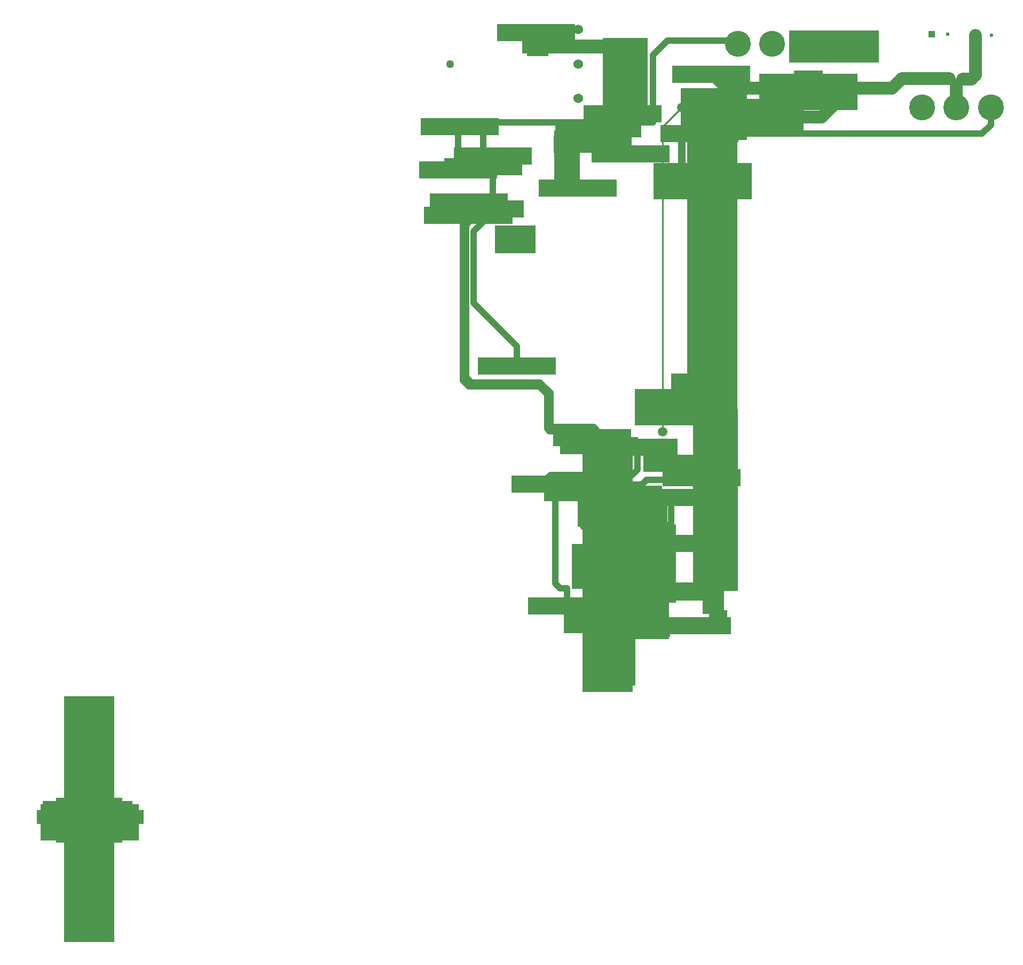
<source format=gbl>
G04 Layer_Physical_Order=2*
G04 Layer_Color=16711680*
%FSLAX25Y25*%
%MOIN*%
<<<<<<< HEAD
G70*
G01*
G75*
%ADD23C,0.07874*%
%ADD24C,0.01000*%
%ADD25C,0.03937*%
%ADD50C,0.11811*%
%ADD51R,0.05906X0.05906*%
%ADD52C,0.05906*%
%ADD53C,0.02362*%
%ADD54R,0.04362X0.04362*%
%ADD55O,0.09900X0.19800*%
%ADD56O,0.16500X0.08250*%
%ADD57C,0.16200*%
%ADD58C,0.06000*%
%ADD59C,0.07874*%
%ADD60C,0.05000*%
%ADD61R,0.13500X0.24500*%
%ADD62R,0.17000X0.04500*%
%ADD63R,0.11500X0.23500*%
%ADD64R,0.38000X0.15500*%
%ADD65R,0.09000X0.08500*%
%ADD66R,0.24500X0.20500*%
%ADD67R,0.25500X0.17500*%
%ADD68R,0.61500X0.23000*%
%ADD69R,0.48500X0.11000*%
%ADD70R,0.05000X0.25000*%
%ADD71R,0.04500X0.26500*%
%ADD72R,0.31500X0.25500*%
%ADD73R,0.17000X0.29500*%
%ADD74R,0.08000X0.19500*%
%ADD75R,0.18000X0.08000*%
%ADD76R,0.11500X0.14500*%
%ADD77R,0.22500X0.27500*%
%ADD78R,0.28000X1.13500*%
%ADD79R,0.41500X0.28500*%
%ADD80R,0.31500X1.53500*%
%ADD81R,0.13500X0.20000*%
%ADD82R,0.66500X0.08500*%
%ADD83R,0.28500X0.48500*%
%ADD84R,0.37000X0.05500*%
%ADD85R,0.16000X0.38500*%
%ADD86R,0.56500X0.20500*%
G36*
X329032Y195977D02*
X330160Y194746D01*
X330087Y193078D01*
X328856Y191950D01*
X327188Y192023D01*
X326061Y193254D01*
X326133Y194922D01*
X327364Y196050D01*
X329032Y195977D01*
D02*
G37*
D23*
X555043Y447500D02*
Y461043D01*
X559000Y465000D02*
X564500D01*
X567000Y467500D02*
Y492500D01*
X521000Y465500D02*
X550500D01*
X515000Y459500D02*
X521000Y465500D01*
X455375Y441500D02*
X471125D01*
X403500Y467500D02*
X411500Y459500D01*
X334000Y418500D02*
X351500D01*
X328000Y424500D02*
X334000Y418500D01*
X437375Y459500D02*
X455375Y441500D01*
X411500Y459500D02*
X437375D01*
X471125Y441500D02*
X489125Y459500D01*
X515000D01*
D24*
X374500Y489000D02*
X418543D01*
X301500Y212500D02*
X358500Y212000D01*
X373500Y145000D02*
Y149000D01*
X372000Y150500D02*
X373500Y149000D01*
X372000Y150500D02*
Y175500D01*
X377000Y166500D02*
Y204000D01*
X358500Y212000D02*
X361500Y215000D01*
X380000D01*
X381000Y216000D01*
Y220000D01*
X385000Y224000D01*
X312000Y136500D02*
Y147500D01*
X307500D02*
X312000D01*
X304500Y150500D02*
X307500Y147500D01*
X304500Y150500D02*
Y203843D01*
X297500Y210843D02*
X304500Y203843D01*
X297500Y210843D02*
Y214157D01*
X301500Y218157D01*
X352657D01*
X356000Y221500D01*
Y235000D01*
X356500Y235500D01*
X342000Y161500D02*
X347000Y156500D01*
X342000Y161500D02*
Y173000D01*
X330000Y185000D02*
X342000Y173000D01*
X323000Y185000D02*
X330000D01*
X322000Y186000D02*
X323000Y185000D01*
X322000Y186000D02*
Y205500D01*
X323500Y245500D02*
X327500Y241500D01*
X301000Y245500D02*
X323500D01*
X299500Y247000D02*
X301000Y245500D01*
X299500Y247000D02*
Y268500D01*
X294500Y273500D02*
X299500Y268500D01*
X250500Y273500D02*
X294500D01*
X247000Y277000D02*
X250500Y273500D01*
X247000Y277000D02*
Y378500D01*
X332000Y236500D02*
Y244500D01*
X328500Y248000D02*
X332000Y244500D01*
X303000Y248000D02*
X328500D01*
X301500Y249500D02*
X303000Y248000D01*
X301500Y249500D02*
Y269328D01*
X295000Y275828D02*
X301500Y269328D01*
X252172Y275828D02*
X295000D01*
X249000Y279000D02*
X252172Y275828D01*
X249000Y279000D02*
Y374000D01*
X253000Y378000D01*
X371500Y225315D02*
X383815D01*
X384000Y225500D01*
X280500Y286000D02*
Y298500D01*
X253500Y325500D02*
X280500Y298500D01*
X253500Y325500D02*
Y370000D01*
X265500Y382000D01*
Y416000D01*
X259500Y410500D02*
Y433000D01*
X365500Y480000D02*
X374500Y489000D01*
X394500Y431000D02*
X571000D01*
X576500Y436500D01*
Y447500D01*
X555043Y461043D02*
X559000Y465000D01*
X564500D02*
X567000Y467500D01*
X554957Y461043D02*
X555043D01*
X550500Y465500D02*
X554957Y461043D01*
X259500Y433000D02*
X264500Y438000D01*
X365500D01*
Y480000D01*
X244000Y408500D02*
Y432000D01*
X245000Y433000D01*
X256000Y388500D02*
X260500Y384000D01*
X252000Y388500D02*
X256000D01*
D25*
X371500Y245000D02*
Y435500D01*
X383500Y447500D01*
D50*
D03*
Y467185D02*
D03*
X371500Y225315D02*
D03*
Y245000D02*
D03*
D51*
X327000Y156500D02*
D03*
X549500Y493000D02*
D03*
X577000Y492500D02*
D03*
D52*
X337000Y156500D02*
D03*
X347000D02*
D03*
X357000D02*
D03*
X367000D02*
D03*
X377000D02*
D03*
X327000Y166500D02*
D03*
X337000D02*
D03*
X347000D02*
D03*
X357000D02*
D03*
X367000D02*
D03*
X377000D02*
D03*
X539500Y493000D02*
D03*
X567000Y492500D02*
D03*
D53*
X328110Y194000D02*
D03*
D54*
X341890D02*
D03*
D55*
X555043Y447500D02*
D03*
X576500D02*
D03*
X533587D02*
D03*
X439957Y487000D02*
D03*
X418500D02*
D03*
X461413D02*
D03*
D56*
X319000Y453000D02*
D03*
Y474500D02*
D03*
Y496000D02*
D03*
D57*
X239000Y474500D02*
D03*
D58*
X322500Y128000D02*
D03*
X279500Y365000D02*
D03*
D59*
X429000Y441500D02*
D03*
X462500Y457000D02*
D03*
X385000Y260500D02*
D03*
X396500Y401500D02*
D03*
D60*
X301500Y212500D02*
D03*
X373500Y145000D02*
D03*
X372000Y175500D02*
D03*
X377000Y204000D02*
D03*
X384000Y225500D02*
D03*
X312000Y136500D02*
D03*
X356500Y235500D02*
D03*
X322000Y207000D02*
D03*
X327500Y241500D02*
D03*
X247000Y380000D02*
D03*
X332000Y236500D02*
D03*
X253500Y380000D02*
D03*
X280500Y286000D02*
D03*
X265500Y417000D02*
D03*
X259500Y410500D02*
D03*
X394500Y431000D02*
D03*
X402000Y468000D02*
D03*
X351500Y418500D02*
D03*
X328000Y424500D02*
D03*
X352000Y122500D02*
D03*
X390000Y124000D02*
D03*
X396000Y216500D02*
D03*
X347000Y206000D02*
D03*
X244000Y408500D02*
D03*
X245000Y435500D02*
D03*
X260500Y384000D02*
D03*
X250500Y388500D02*
D03*
X292500Y494000D02*
D03*
X346500Y443500D02*
D03*
X334000Y434000D02*
D03*
X318500Y397000D02*
D03*
D61*
X383750Y423750D02*
D03*
D62*
X391000Y436750D02*
D03*
D63*
X398750Y446750D02*
D03*
D64*
X416000Y441750D02*
D03*
D65*
X462500Y456250D02*
D03*
D66*
X462750Y466250D02*
D03*
D67*
X406750Y336750D02*
D03*
Y231250D02*
D03*
X406250Y126250D02*
D03*
D68*
X364250Y129500D02*
D03*
D69*
X340750Y143500D02*
D03*
D70*
X335500Y161000D02*
D03*
D71*
X337250Y159250D02*
D03*
D72*
X403250Y141250D02*
D03*
D73*
X361000Y146750D02*
D03*
D74*
X366000Y162750D02*
D03*
D75*
X357500Y186000D02*
D03*
D76*
X361250Y178250D02*
D03*
D77*
X346750Y195750D02*
D03*
D78*
X404500Y202250D02*
D03*
D79*
X397750Y267250D02*
D03*
D80*
X402750Y349250D02*
D03*
D81*
X293750Y489500D02*
D03*
D82*
X317250Y485250D02*
D03*
D83*
X348250Y466250D02*
D03*
D84*
X323000Y433750D02*
D03*
D85*
X312000Y413750D02*
D03*
D86*
X478750Y485250D02*
D03*
M02*
=======
%SFA1B1*%

%IPPOS*%
%ADD23C,0.078740*%
%ADD24C,0.039370*%
%ADD25C,0.010000*%
%ADD48C,0.118110*%
%ADD49R,0.059060X0.059060*%
%ADD50C,0.059060*%
%ADD51C,0.023620*%
%ADD52R,0.043620X0.043620*%
%ADD53O,0.099000X0.198000*%
%ADD54O,0.165000X0.082500*%
%ADD55C,0.162000*%
%ADD56C,0.060000*%
%ADD57C,0.050000*%
%ADD58R,0.255000X0.175000*%
%ADD59R,0.615000X0.230000*%
%ADD60R,0.485000X0.110000*%
%ADD61R,0.050000X0.250000*%
%ADD62R,0.045000X0.265000*%
%ADD63R,0.315000X0.255000*%
%ADD64R,0.170000X0.295000*%
%ADD65R,0.080000X0.195000*%
%ADD66R,0.180000X0.080000*%
%ADD67R,0.115000X0.145000*%
%ADD68R,0.225000X0.275000*%
%ADD69R,0.280000X1.135000*%
%ADD70R,0.415000X0.285000*%
%ADD71R,0.315000X1.535000*%
%ADD72R,0.135000X0.200000*%
%ADD73R,0.665000X0.085000*%
%ADD74R,0.285000X0.485000*%
%ADD75R,0.370000X0.055000*%
%ADD76R,0.160000X0.385000*%
%ADD77R,0.565000X0.205000*%
%LNchicker-1*%
%LPD*%
G36*
X14241Y01959D02*
X14229Y01947D01*
X1423Y0193*
X14242Y01919*
X14259Y0192*
X1427Y01932*
X1427Y01949*
X14257Y0196*
X14241Y01959*
G37*
G54D23*
X1198Y04475D02*
Y0461D01*
X11941Y0465D02*
X11886D01*
X11861Y04675D02*
Y04925D01*
X12321Y04655D02*
X12026D01*
X12381Y04595D02*
X12321Y04655D01*
X12977Y04415D02*
X1282D01*
X13496Y04675D02*
X13416Y04595D01*
X14191Y04185D02*
X14016D01*
X14251Y04245D02*
X14191Y04185D01*
X13157Y04595D02*
X12977Y04415D01*
X13416Y04595D02*
X13157D01*
X1282Y04415D02*
X1264Y04595D01*
X12381*
G54D24*
X13816Y0245D02*
Y04355D01*
X13696Y04475*
G54D25*
X14516Y02125D02*
X13946Y0212D01*
X13796Y0145D02*
Y0149D01*
X13811Y01505D02*
X13796Y0149D01*
X13811Y01505D02*
Y01755D01*
X13761Y01665D02*
Y0204D01*
X13946Y0212D02*
X13916Y0215D01*
X13731*
X13721Y0216*
Y022*
X13681Y0224*
X14411Y01365D02*
Y01475D01*
X14456D02*
X14411D01*
X14486Y01505D02*
X14456Y01475D01*
X14486Y01505D02*
Y02038D01*
X14556Y02108D02*
X14486Y02038D01*
X14556Y02108D02*
Y02141D01*
X14516Y02181*
X14004*
X13971Y02215*
Y0235*
X13966Y02355*
X14111Y01615D02*
X14061Y01565D01*
X14111Y01615D02*
Y0173D01*
X14231Y0185D02*
X14111Y0173D01*
X14301Y0185D02*
X14231D01*
X14311Y0186D02*
X14301Y0185D01*
X14311Y0186D02*
Y02055D01*
X14296Y02455D02*
X14256Y02415D01*
X14521Y02455D02*
X14296D01*
X14536Y0247D02*
X14521Y02455D01*
X14536Y0247D02*
Y02685D01*
X14586Y02735D02*
X14536Y02685D01*
X15026Y02735D02*
X14586D01*
X15061Y0277D02*
X15026Y02735D01*
X15061Y0277D02*
Y03785D01*
X14211Y02365D02*
Y02445D01*
X14246Y0248D02*
X14211Y02445D01*
X14501Y0248D02*
X14246D01*
X14516Y02495D02*
X14501Y0248D01*
X14516Y02495D02*
Y02693D01*
X14581Y02758D02*
X14516Y02693D01*
X15009Y02758D02*
X14581D01*
X15041Y0279D02*
X15009Y02758D01*
X15041Y0279D02*
Y0374D01*
X15001Y0378*
X13816Y02253D02*
X13693D01*
X13691Y02255*
X14726Y0286D02*
Y02985D01*
X14996Y03255D02*
X14726Y02985D01*
X14996Y03255D02*
Y037D01*
X14876Y0382*
Y0416*
X14936Y04105D02*
Y0433D01*
X13876Y048D02*
X13786Y0489D01*
X13345*
X13586Y0431D02*
X11821D01*
X11766Y04365*
Y04475*
X1198Y0461D02*
X11941Y0465D01*
X11886D02*
X11861Y04675D01*
X11981Y0461D02*
X1198D01*
X12026Y04655D02*
X11981Y0461D01*
X14936Y0433D02*
X14886Y0438D01*
X13876*
Y048*
X15091Y04085D02*
Y0432D01*
X15081Y0433*
X14971Y03885D02*
X14926Y0384D01*
X15011Y03885D02*
X14971D01*
G54D48*
X13696Y04475D03*
Y04671D03*
X13816Y02253D03*
Y0245D03*
G54D49*
X14261Y01565D03*
X12036Y0493D03*
X11761Y04925D03*
G54D50*
X14161Y01565D03*
X14061D03*
X13961D03*
X13861D03*
X13761D03*
X14261Y01665D03*
X14161D03*
X14061D03*
X13961D03*
X13861D03*
X13761D03*
X12136Y0493D03*
X11861Y04925D03*
G54D51*
X1425Y0194D03*
G54D52*
X14112Y0194D03*
G54D53*
X1198Y04475D03*
X11766D03*
X12195D03*
X13131Y0489D03*
X13345D03*
X12916D03*
G54D54*
X14341Y0453D03*
Y04745D03*
Y0496D03*
G54D55*
X15141Y04745D03*
G54D56*
X14306Y0128D03*
X14736Y0365D03*
G54D57*
X14516Y02125D03*
X13796Y0145D03*
X13811Y01755D03*
X13761Y0204D03*
X13691Y02255D03*
X14411Y01365D03*
X13966Y02355D03*
X14311Y0207D03*
X14256Y02415D03*
X15061Y038D03*
X14211Y02365D03*
X14996Y038D03*
X14726Y0286D03*
X14876Y0417D03*
X14936Y04105D03*
X13586Y0431D03*
X13511Y0468D03*
X14016Y04185D03*
X14251Y04245D03*
X14011Y01225D03*
X13631Y0124D03*
X13571Y02165D03*
X14061Y0206D03*
X13666Y026D03*
X13566Y04015D03*
X15091Y04085D03*
X15081Y04355D03*
X14926Y0384D03*
X15026Y03885D03*
X14606Y0494D03*
X14066Y04435D03*
X14191Y0434D03*
X14346Y0397D03*
G54D58*
X13463Y03367D03*
Y02312D03*
X13468Y01262D03*
G54D59*
X13888Y01295D03*
G54D60*
X14123Y01435D03*
G54D61*
X14176Y0161D03*
G54D62*
X14158Y01592D03*
G54D63*
X13498Y01412D03*
G54D64*
X13921Y01467D03*
G54D65*
X13871Y01627D03*
G54D66*
X13956Y0186D03*
G54D67*
X13918Y01782D03*
G54D68*
X14063Y01957D03*
G54D69*
X13486Y02022D03*
G54D70*
X13553Y02672D03*
G54D71*
X13503Y03492D03*
G54D72*
X14593Y04895D03*
G54D73*
X14358Y04852D03*
G54D74*
X14048Y04662D03*
G54D75*
X14301Y04337D03*
G54D76*
X14411Y04137D03*
G54D77*
X12743Y04852D03*
M02*
>>>>>>> 26c2e4b13dbe95d67e90c262a04873cdf8e553ca

</source>
